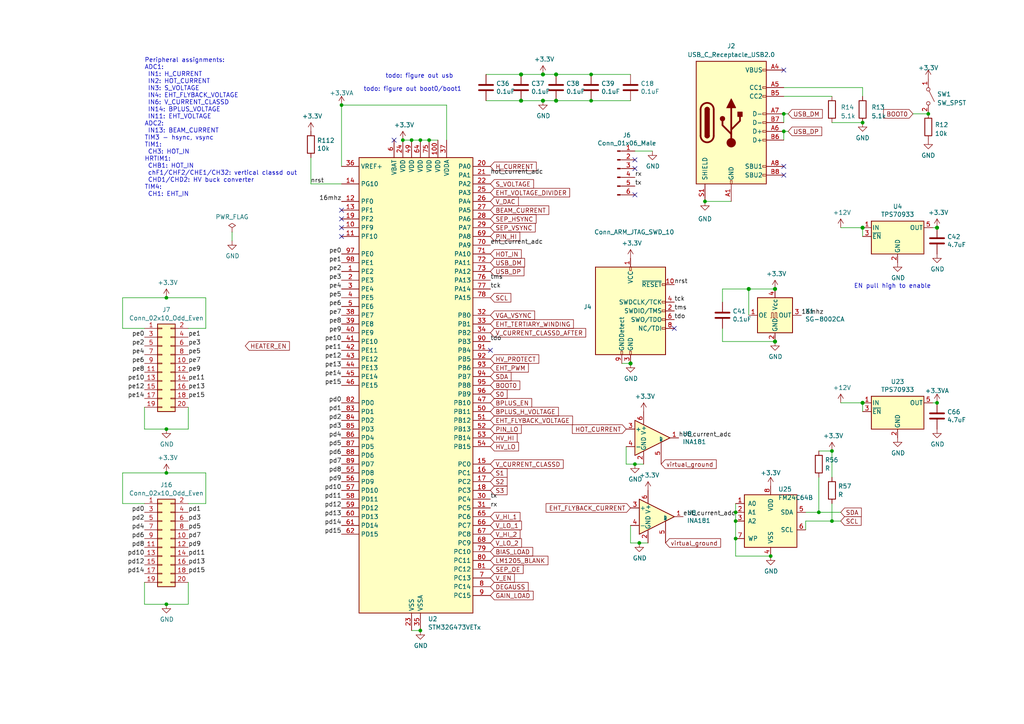
<source format=kicad_sch>
(kicad_sch (version 20230121) (generator eeschema)
  (paper "A4")
  (lib_symbols
    (symbol "Amplifier_Current:INA181" (pin_names (offset 0.127))
      (property "Reference" "U" (at 3.81 3.81 0))
      (property "Value" "INA181" (at 3.81 -2.54 0))
      (symbol "INA181_1_1"
        (pin output line (at 7.62 0 180) (length 2.54) (name "~") (number "1"))
        (pin power_in line (at -2.54 -7.62 90) (length 3.81) (name "GND") (number "2"))
        (pin input line (at -7.62 2.54 0) (length 2.54) (name "+") (number "3"))
        (pin input line (at -7.62 -2.54 0) (length 2.54) (name "-") (number "4"))
        (pin input line (at 2.54 -7.62 90) (length 6.35) (name "REF") (number "5"))
        (pin power_in line (at -2.54 7.62 270) (length 3.81) (name "V+") (number "6"))
      )
    )
    (symbol "Connector:Conn_01x06_Pin" (pin_names (offset 1.016) hide)
      (property "Reference" "J" (at 0 7.62 0))
      (property "Value" "Conn_01x06_Pin" (at 0 -10.16 0))
      (symbol "Conn_01x06_Pin_1_1"
        (pin passive line (at 5.08 5.08 180) (length 3.81) (name "Pin_1") (number "1"))
        (pin passive line (at 5.08 2.54 180) (length 3.81) (name "Pin_2") (number "2"))
        (pin passive line (at 5.08 0 180) (length 3.81) (name "Pin_3") (number "3"))
        (pin passive line (at 5.08 -2.54 180) (length 3.81) (name "Pin_4") (number "4"))
        (pin passive line (at 5.08 -5.08 180) (length 3.81) (name "Pin_5") (number "5"))
        (pin passive line (at 5.08 -7.62 180) (length 3.81) (name "Pin_6") (number "6"))
      )
    )
    (symbol "Connector:USB_C_Receptacle_USB2.0" (pin_names (offset 1.016))
      (property "Reference" "J" (at -10.16 19.05 0))
      (property "Value" "USB_C_Receptacle_USB2.0" (at 19.05 19.05 0))
      (symbol "USB_C_Receptacle_USB2.0_1_1"
        (pin passive line (at 0 -22.86 90) (length 5.08) (name "GND") (number "A1"))
        (pin passive line (at 0 -22.86 90) (length 5.08) hide (name "GND") (number "A12"))
        (pin passive line (at 15.24 15.24 180) (length 5.08) (name "VBUS") (number "A4"))
        (pin bidirectional line (at 15.24 10.16 180) (length 5.08) (name "CC1") (number "A5"))
        (pin bidirectional line (at 15.24 -2.54 180) (length 5.08) (name "D+") (number "A6"))
        (pin bidirectional line (at 15.24 2.54 180) (length 5.08) (name "D-") (number "A7"))
        (pin bidirectional line (at 15.24 -12.7 180) (length 5.08) (name "SBU1") (number "A8"))
        (pin passive line (at 15.24 15.24 180) (length 5.08) hide (name "VBUS") (number "A9"))
        (pin passive line (at 0 -22.86 90) (length 5.08) hide (name "GND") (number "B1"))
        (pin passive line (at 0 -22.86 90) (length 5.08) hide (name "GND") (number "B12"))
        (pin passive line (at 15.24 15.24 180) (length 5.08) hide (name "VBUS") (number "B4"))
        (pin bidirectional line (at 15.24 7.62 180) (length 5.08) (name "CC2") (number "B5"))
        (pin bidirectional line (at 15.24 -5.08 180) (length 5.08) (name "D+") (number "B6"))
        (pin bidirectional line (at 15.24 0 180) (length 5.08) (name "D-") (number "B7"))
        (pin bidirectional line (at 15.24 -15.24 180) (length 5.08) (name "SBU2") (number "B8"))
        (pin passive line (at 15.24 15.24 180) (length 5.08) hide (name "VBUS") (number "B9"))
        (pin passive line (at -7.62 -22.86 90) (length 5.08) (name "SHIELD") (number "S1"))
      )
    )
    (symbol "Connector_Generic:Conn_02x10_Odd_Even" (pin_names (offset 1.016) hide)
      (property "Reference" "J" (at 1.27 12.7 0))
      (property "Value" "Conn_02x10_Odd_Even" (at 1.27 -15.24 0))
      (symbol "Conn_02x10_Odd_Even_1_1"
        (pin passive line (at -5.08 10.16 0) (length 3.81) (name "Pin_1") (number "1"))
        (pin passive line (at 7.62 0 180) (length 3.81) (name "Pin_10") (number "10"))
        (pin passive line (at -5.08 -2.54 0) (length 3.81) (name "Pin_11") (number "11"))
        (pin passive line (at 7.62 -2.54 180) (length 3.81) (name "Pin_12") (number "12"))
        (pin passive line (at -5.08 -5.08 0) (length 3.81) (name "Pin_13") (number "13"))
        (pin passive line (at 7.62 -5.08 180) (length 3.81) (name "Pin_14") (number "14"))
        (pin passive line (at -5.08 -7.62 0) (length 3.81) (name "Pin_15") (number "15"))
        (pin passive line (at 7.62 -7.62 180) (length 3.81) (name "Pin_16") (number "16"))
        (pin passive line (at -5.08 -10.16 0) (length 3.81) (name "Pin_17") (number "17"))
        (pin passive line (at 7.62 -10.16 180) (length 3.81) (name "Pin_18") (number "18"))
        (pin passive line (at -5.08 -12.7 0) (length 3.81) (name "Pin_19") (number "19"))
        (pin passive line (at 7.62 10.16 180) (length 3.81) (name "Pin_2") (number "2"))
        (pin passive line (at 7.62 -12.7 180) (length 3.81) (name "Pin_20") (number "20"))
        (pin passive line (at -5.08 7.62 0) (length 3.81) (name "Pin_3") (number "3"))
        (pin passive line (at 7.62 7.62 180) (length 3.81) (name "Pin_4") (number "4"))
        (pin passive line (at -5.08 5.08 0) (length 3.81) (name "Pin_5") (number "5"))
        (pin passive line (at 7.62 5.08 180) (length 3.81) (name "Pin_6") (number "6"))
        (pin passive line (at -5.08 2.54 0) (length 3.81) (name "Pin_7") (number "7"))
        (pin passive line (at 7.62 2.54 180) (length 3.81) (name "Pin_8") (number "8"))
        (pin passive line (at -5.08 0 0) (length 3.81) (name "Pin_9") (number "9"))
      )
    )
    (symbol "Device:C" (pin_numbers hide) (pin_names (offset 0.254))
      (property "Reference" "C" (at 0.635 2.54 0))
      (property "Value" "C" (at 0.635 -2.54 0))
      (symbol "C_1_1"
        (pin passive line (at 0 3.81 270) (length 2.794) (name "~") (number "1"))
        (pin passive line (at 0 -3.81 90) (length 2.794) (name "~") (number "2"))
      )
    )
    (symbol "Device:R" (pin_numbers hide) (pin_names (offset 0))
      (property "Reference" "R" (at 2.032 0 90))
      (property "Value" "R" (at 0 0 90))
      (symbol "R_1_1"
        (pin passive line (at 0 3.81 270) (length 1.27) (name "~") (number "1"))
        (pin passive line (at 0 -3.81 90) (length 1.27) (name "~") (number "2"))
      )
    )
    (symbol "MCU_ST_STM32G4:STM32G473VETx"
      (property "Reference" "U" (at -15.24 67.31 0))
      (property "Value" "STM32G473VETx" (at 12.7 67.31 0))
      (symbol "STM32G473VETx_1_1"
        (pin bidirectional line (at -20.32 33.02 0) (length 5.08) (name "PE2") (number "1"))
        (pin bidirectional line (at -20.32 45.72 0) (length 5.08) (name "PF9") (number "10"))
        (pin power_in line (at 7.62 71.12 270) (length 5.08) (name "VDD") (number "100"))
        (pin bidirectional line (at -20.32 43.18 0) (length 5.08) (name "PF10") (number "11"))
        (pin bidirectional line (at -20.32 53.34 0) (length 5.08) (name "PF0") (number "12"))
        (pin bidirectional line (at -20.32 50.8 0) (length 5.08) (name "PF1") (number "13"))
        (pin bidirectional line (at -20.32 58.42 0) (length 5.08) (name "PG10") (number "14"))
        (pin bidirectional line (at 22.86 -22.86 180) (length 5.08) (name "PC0") (number "15"))
        (pin bidirectional line (at 22.86 -25.4 180) (length 5.08) (name "PC1") (number "16"))
        (pin bidirectional line (at 22.86 -27.94 180) (length 5.08) (name "PC2") (number "17"))
        (pin bidirectional line (at 22.86 -30.48 180) (length 5.08) (name "PC3") (number "18"))
        (pin bidirectional line (at -20.32 48.26 0) (length 5.08) (name "PF2") (number "19"))
        (pin bidirectional line (at -20.32 30.48 0) (length 5.08) (name "PE3") (number "2"))
        (pin bidirectional line (at 22.86 63.5 180) (length 5.08) (name "PA0") (number "20"))
        (pin bidirectional line (at 22.86 60.96 180) (length 5.08) (name "PA1") (number "21"))
        (pin bidirectional line (at 22.86 58.42 180) (length 5.08) (name "PA2") (number "22"))
        (pin power_in line (at 0 -71.12 90) (length 5.08) (name "VSS") (number "23"))
        (pin power_in line (at -2.54 71.12 270) (length 5.08) (name "VDD") (number "24"))
        (pin bidirectional line (at 22.86 55.88 180) (length 5.08) (name "PA3") (number "25"))
        (pin bidirectional line (at 22.86 53.34 180) (length 5.08) (name "PA4") (number "26"))
        (pin bidirectional line (at 22.86 50.8 180) (length 5.08) (name "PA5") (number "27"))
        (pin bidirectional line (at 22.86 48.26 180) (length 5.08) (name "PA6") (number "28"))
        (pin bidirectional line (at 22.86 45.72 180) (length 5.08) (name "PA7") (number "29"))
        (pin bidirectional line (at -20.32 27.94 0) (length 5.08) (name "PE4") (number "3"))
        (pin bidirectional line (at 22.86 -33.02 180) (length 5.08) (name "PC4") (number "30"))
        (pin bidirectional line (at 22.86 -35.56 180) (length 5.08) (name "PC5") (number "31"))
        (pin bidirectional line (at 22.86 20.32 180) (length 5.08) (name "PB0") (number "32"))
        (pin bidirectional line (at 22.86 17.78 180) (length 5.08) (name "PB1") (number "33"))
        (pin bidirectional line (at 22.86 15.24 180) (length 5.08) (name "PB2") (number "34"))
        (pin power_in line (at 2.54 -71.12 90) (length 5.08) (name "VSSA") (number "35"))
        (pin input line (at -20.32 63.5 0) (length 5.08) (name "VREF+") (number "36"))
        (pin power_in line (at 10.16 71.12 270) (length 5.08) (name "VDDA") (number "37"))
        (pin bidirectional line (at -20.32 20.32 0) (length 5.08) (name "PE7") (number "38"))
        (pin bidirectional line (at -20.32 17.78 0) (length 5.08) (name "PE8") (number "39"))
        (pin bidirectional line (at -20.32 25.4 0) (length 5.08) (name "PE5") (number "4"))
        (pin bidirectional line (at -20.32 15.24 0) (length 5.08) (name "PE9") (number "40"))
        (pin bidirectional line (at -20.32 12.7 0) (length 5.08) (name "PE10") (number "41"))
        (pin bidirectional line (at -20.32 10.16 0) (length 5.08) (name "PE11") (number "42"))
        (pin bidirectional line (at -20.32 7.62 0) (length 5.08) (name "PE12") (number "43"))
        (pin bidirectional line (at -20.32 5.08 0) (length 5.08) (name "PE13") (number "44"))
        (pin bidirectional line (at -20.32 2.54 0) (length 5.08) (name "PE14") (number "45"))
        (pin bidirectional line (at -20.32 0 0) (length 5.08) (name "PE15") (number "46"))
        (pin bidirectional line (at 22.86 -5.08 180) (length 5.08) (name "PB10") (number "47"))
        (pin passive line (at 0 -71.12 90) (length 5.08) hide (name "VSS") (number "48"))
        (pin power_in line (at 0 71.12 270) (length 5.08) (name "VDD") (number "49"))
        (pin bidirectional line (at -20.32 22.86 0) (length 5.08) (name "PE6") (number "5"))
        (pin bidirectional line (at 22.86 -7.62 180) (length 5.08) (name "PB11") (number "50"))
        (pin bidirectional line (at 22.86 -10.16 180) (length 5.08) (name "PB12") (number "51"))
        (pin bidirectional line (at 22.86 -12.7 180) (length 5.08) (name "PB13") (number "52"))
        (pin bidirectional line (at 22.86 -15.24 180) (length 5.08) (name "PB14") (number "53"))
        (pin bidirectional line (at 22.86 -17.78 180) (length 5.08) (name "PB15") (number "54"))
        (pin bidirectional line (at -20.32 -25.4 0) (length 5.08) (name "PD8") (number "55"))
        (pin bidirectional line (at -20.32 -27.94 0) (length 5.08) (name "PD9") (number "56"))
        (pin bidirectional line (at -20.32 -30.48 0) (length 5.08) (name "PD10") (number "57"))
        (pin bidirectional line (at -20.32 -33.02 0) (length 5.08) (name "PD11") (number "58"))
        (pin bidirectional line (at -20.32 -35.56 0) (length 5.08) (name "PD12") (number "59"))
        (pin power_in line (at -5.08 71.12 270) (length 5.08) (name "VBAT") (number "6"))
        (pin bidirectional line (at -20.32 -38.1 0) (length 5.08) (name "PD13") (number "60"))
        (pin bidirectional line (at -20.32 -40.64 0) (length 5.08) (name "PD14") (number "61"))
        (pin bidirectional line (at -20.32 -43.18 0) (length 5.08) (name "PD15") (number "62"))
        (pin passive line (at 0 -71.12 90) (length 5.08) hide (name "VSS") (number "63"))
        (pin power_in line (at 2.54 71.12 270) (length 5.08) (name "VDD") (number "64"))
        (pin bidirectional line (at 22.86 -38.1 180) (length 5.08) (name "PC6") (number "65"))
        (pin bidirectional line (at 22.86 -40.64 180) (length 5.08) (name "PC7") (number "66"))
        (pin bidirectional line (at 22.86 -43.18 180) (length 5.08) (name "PC8") (number "67"))
        (pin bidirectional line (at 22.86 -45.72 180) (length 5.08) (name "PC9") (number "68"))
        (pin bidirectional line (at 22.86 43.18 180) (length 5.08) (name "PA8") (number "69"))
        (pin bidirectional line (at 22.86 -55.88 180) (length 5.08) (name "PC13") (number "7"))
        (pin bidirectional line (at 22.86 40.64 180) (length 5.08) (name "PA9") (number "70"))
        (pin bidirectional line (at 22.86 38.1 180) (length 5.08) (name "PA10") (number "71"))
        (pin bidirectional line (at 22.86 35.56 180) (length 5.08) (name "PA11") (number "72"))
        (pin bidirectional line (at 22.86 33.02 180) (length 5.08) (name "PA12") (number "73"))
        (pin passive line (at 0 -71.12 90) (length 5.08) hide (name "VSS") (number "74"))
        (pin power_in line (at 5.08 71.12 270) (length 5.08) (name "VDD") (number "75"))
        (pin bidirectional line (at 22.86 30.48 180) (length 5.08) (name "PA13") (number "76"))
        (pin bidirectional line (at 22.86 27.94 180) (length 5.08) (name "PA14") (number "77"))
        (pin bidirectional line (at 22.86 25.4 180) (length 5.08) (name "PA15") (number "78"))
        (pin bidirectional line (at 22.86 -48.26 180) (length 5.08) (name "PC10") (number "79"))
        (pin bidirectional line (at 22.86 -58.42 180) (length 5.08) (name "PC14") (number "8"))
        (pin bidirectional line (at 22.86 -50.8 180) (length 5.08) (name "PC11") (number "80"))
        (pin bidirectional line (at 22.86 -53.34 180) (length 5.08) (name "PC12") (number "81"))
        (pin bidirectional line (at -20.32 -5.08 0) (length 5.08) (name "PD0") (number "82"))
        (pin bidirectional line (at -20.32 -7.62 0) (length 5.08) (name "PD1") (number "83"))
        (pin bidirectional line (at -20.32 -10.16 0) (length 5.08) (name "PD2") (number "84"))
        (pin bidirectional line (at -20.32 -12.7 0) (length 5.08) (name "PD3") (number "85"))
        (pin bidirectional line (at -20.32 -15.24 0) (length 5.08) (name "PD4") (number "86"))
        (pin bidirectional line (at -20.32 -17.78 0) (length 5.08) (name "PD5") (number "87"))
        (pin bidirectional line (at -20.32 -20.32 0) (length 5.08) (name "PD6") (number "88"))
        (pin bidirectional line (at -20.32 -22.86 0) (length 5.08) (name "PD7") (number "89"))
        (pin bidirectional line (at 22.86 -60.96 180) (length 5.08) (name "PC15") (number "9"))
        (pin bidirectional line (at 22.86 12.7 180) (length 5.08) (name "PB3") (number "90"))
        (pin bidirectional line (at 22.86 10.16 180) (length 5.08) (name "PB4") (number "91"))
        (pin bidirectional line (at 22.86 7.62 180) (length 5.08) (name "PB5") (number "92"))
        (pin bidirectional line (at 22.86 5.08 180) (length 5.08) (name "PB6") (number "93"))
        (pin bidirectional line (at 22.86 2.54 180) (length 5.08) (name "PB7") (number "94"))
        (pin bidirectional line (at 22.86 0 180) (length 5.08) (name "PB8") (number "95"))
        (pin bidirectional line (at 22.86 -2.54 180) (length 5.08) (name "PB9") (number "96"))
        (pin bidirectional line (at -20.32 38.1 0) (length 5.08) (name "PE0") (number "97"))
        (pin bidirectional line (at -20.32 35.56 0) (length 5.08) (name "PE1") (number "98"))
        (pin passive line (at 0 -71.12 90) (length 5.08) hide (name "VSS") (number "99"))
      )
    )
    (symbol "Memory_NVRAM:FM24C64B" (pin_names (offset 1.016))
      (property "Reference" "U" (at -5.08 8.89 0))
      (property "Value" "FM24C64B" (at 6.35 -8.89 0))
      (symbol "FM24C64B_1_1"
        (pin input line (at -10.16 5.08 0) (length 2.54) (name "A0") (number "1"))
        (pin input line (at -10.16 2.54 0) (length 2.54) (name "A1") (number "2"))
        (pin input line (at -10.16 0 0) (length 2.54) (name "A2") (number "3"))
        (pin power_in line (at 0 -10.16 90) (length 2.54) (name "VSS") (number "4"))
        (pin bidirectional line (at 10.16 2.54 180) (length 2.54) (name "SDA") (number "5"))
        (pin input line (at 10.16 -2.54 180) (length 2.54) (name "SCL") (number "6"))
        (pin input line (at -10.16 -5.08 0) (length 2.54) (name "WP") (number "7"))
        (pin power_in line (at 0 10.16 270) (length 2.54) (name "VDD") (number "8"))
      )
    )
    (symbol "Oscillator:SG-8002CA" (pin_names (offset 0.254))
      (property "Reference" "X" (at -5.08 6.35 0))
      (property "Value" "SG-8002CA" (at 1.27 -6.35 0))
      (symbol "SG-8002CA_1_1"
        (pin input line (at -7.62 0 0) (length 2.54) (name "OE") (number "1"))
        (pin power_in line (at 0 -7.62 90) (length 2.54) (name "GND") (number "2"))
        (pin output line (at 7.62 0 180) (length 2.54) (name "OUT") (number "3"))
        (pin power_in line (at 0 7.62 270) (length 2.54) (name "Vcc") (number "4"))
      )
    )
    (symbol "Switch:SW_SPST" (pin_names (offset 0) hide)
      (property "Reference" "SW" (at 0 3.175 0))
      (property "Value" "SW_SPST" (at 0 -2.54 0))
      (symbol "SW_SPST_1_1"
        (pin passive line (at -5.08 0 0) (length 2.54) (name "A") (number "1"))
        (pin passive line (at 5.08 0 180) (length 2.54) (name "B") (number "2"))
      )
    )
    (symbol "TPS76933-Regulator_Linear_1" (pin_names (offset 0.254))
      (property "Reference" "U" (at -6.35 5.715 0))
      (property "Value" "TPS76933-Regulator_Linear" (at 0 5.715 0))
      (symbol "TPS76933-Regulator_Linear_1_1_1"
        (pin power_in line (at -10.16 2.54 0) (length 2.54) (name "IN") (number "1"))
        (pin power_in line (at 0 -7.62 90) (length 2.54) (name "GND") (number "2"))
        (pin input line (at -10.16 0 0) (length 2.54) (name "~{EN}") (number "3"))
        (pin no_connect line (at 10.16 0 180) (length 2.54) hide (name "NC") (number "4"))
        (pin power_out line (at 10.16 2.54 180) (length 2.54) (name "OUT") (number "5"))
      )
    )
    (symbol "power:+12V" (power) (pin_names (offset 0))
      (property "Value" "+12V" (at 0 3.556 0))
      (symbol "+12V_1_1"
        (pin power_in line (at 0 0 90) (length 0) hide (name "+12V") (number "1"))
      )
    )
    (symbol "power:+3.3V" (power) (pin_names (offset 0))
      (property "Value" "+3.3V" (at 0 3.556 0))
      (symbol "+3.3V_1_1"
        (pin power_in line (at 0 0 90) (length 0) hide (name "+3.3V") (number "1"))
      )
    )
    (symbol "power:+3.3VA" (power) (pin_names (offset 0))
      (property "Value" "+3.3VA" (at 0 3.556 0))
      (symbol "+3.3VA_1_1"
        (pin power_in line (at 0 0 90) (length 0) hide (name "+3.3VA") (number "1"))
      )
    )
    (symbol "power:GND" (power) (pin_names (offset 0))
      (property "Value" "GND" (at 0 -3.81 0))
      (symbol "GND_1_1"
        (pin power_in line (at 0 0 270) (length 0) hide (name "GND") (number "1"))
      )
    )
    (symbol "power:PWR_FLAG" (power) (pin_numbers hide) (pin_names (offset 0) hide)
      (property "Value" "PWR_FLAG" (at 0 3.81 0))
      (symbol "PWR_FLAG_0_0"
        (pin power_out line (at 0 0 90) (length 0) (name "pwr") (number "1"))
      )
    )
    (symbol "td-deflect-rescue:Conn_ARM_JTAG_SWD_10-Connector" (pin_names (offset 1.016))
      (property "Reference" "J" (at -2.54 16.51 0))
      (property "Value" "Conn_ARM_JTAG_SWD_10-Connector" (at -2.54 13.97 0))
      (symbol "Conn_ARM_JTAG_SWD_10-Connector_1_1"
        (pin power_in line (at 0 15.24 270) (length 2.54) (name "VCC") (number "1"))
        (pin open_collector line (at 12.7 7.62 180) (length 2.54) (name "~{RESET}") (number "10"))
        (pin bidirectional line (at 12.7 0 180) (length 2.54) (name "SWDIO/TMS") (number "2"))
        (pin power_in line (at 0 -15.24 90) (length 2.54) (name "GND") (number "3"))
        (pin output line (at 12.7 2.54 180) (length 2.54) (name "SWDCLK/TCK") (number "4"))
        (pin passive line (at 0 -15.24 90) (length 2.54) hide (name "GND") (number "5"))
        (pin input line (at 12.7 -2.54 180) (length 2.54) (name "SWO/TDO") (number "6"))
        (pin no_connect line (at -10.16 0 0) (length 2.54) hide (name "KEY") (number "7"))
        (pin output line (at 12.7 -5.08 180) (length 2.54) (name "NC/TDI") (number "8"))
        (pin input line (at -2.54 -15.24 90) (length 2.54) (name "GNDDetect") (number "9"))
      )
    )
    (symbol "td-deflect-rescue:TPS76933-Regulator_Linear" (pin_names (offset 0.254))
      (property "Reference" "U" (at -6.35 5.715 0))
      (property "Value" "TPS76933-Regulator_Linear" (at 0 5.715 0))
      (symbol "TPS76933-Regulator_Linear_1_1"
        (pin power_in line (at -10.16 2.54 0) (length 2.54) (name "IN") (number "1"))
        (pin power_in line (at 0 -7.62 90) (length 2.54) (name "GND") (number "2"))
        (pin input line (at -10.16 0 0) (length 2.54) (name "~{EN}") (number "3"))
        (pin no_connect line (at 10.16 0 180) (length 2.54) hide (name "NC") (number "4"))
        (pin power_out line (at 10.16 2.54 180) (length 2.54) (name "OUT") (number "5"))
      )
    )
  )
  (junction (at 271.78 116.84))
  (junction (at 119.38 40.64))
  (junction (at 227.33 38.1))
  (junction (at 224.79 83.82) (diameter 1.016))
  (junction (at 241.3 130.81))
  (junction (at 151.13 29.21) (diameter 1.016))
  (junction (at 237.49 148.59))
  (junction (at 171.45 29.21))
  (junction (at 48.26 86.36))
  (junction (at 151.13 21.59) (diameter 1.016))
  (junction (at 99.06 30.48))
  (junction (at 250.19 35.56))
  (junction (at 171.45 21.59))
  (junction (at 213.36 151.13))
  (junction (at 250.19 116.84) (diameter 1.016))
  (junction (at 116.84 40.64))
  (junction (at 157.48 29.21) (diameter 1.016))
  (junction (at 223.52 161.29))
  (junction (at 224.79 99.06) (diameter 1.016))
  (junction (at 48.26 137.16))
  (junction (at 185.42 157.48))
  (junction (at 217.17 83.82) (diameter 1.016))
  (junction (at 241.3 151.13))
  (junction (at 204.47 58.42))
  (junction (at 161.29 29.21) (diameter 1.016))
  (junction (at 269.24 33.02))
  (junction (at 48.26 124.46))
  (junction (at 271.78 66.04) (diameter 1.016))
  (junction (at 161.29 21.59) (diameter 1.016))
  (junction (at 213.36 148.59))
  (junction (at 157.48 21.59) (diameter 1.016))
  (junction (at 182.88 105.41) (diameter 1.016))
  (junction (at 250.19 66.04) (diameter 1.016))
  (junction (at 213.36 156.21))
  (junction (at 121.92 40.64))
  (junction (at 48.26 175.26))
  (junction (at 227.33 33.02))
  (junction (at 121.92 182.88))
  (junction (at 184.15 134.62))
  (junction (at 124.46 40.64))
  (no_connect (at 184.15 48.895))
  (no_connect (at 184.15 46.355))
  (no_connect (at 99.06 68.58))
  (no_connect (at 227.33 20.32))
  (no_connect (at 114.3 40.64))
  (no_connect (at 184.15 56.515))
  (no_connect (at 142.24 101.6))
  (no_connect (at 195.58 95.25))
  (no_connect (at 227.33 48.26))
  (no_connect (at 99.06 66.04))
  (no_connect (at 227.33 50.8))
  (no_connect (at 99.06 60.96))
  (no_connect (at 99.06 63.5))
  (wire (pts (xy 157.48 21.59) (xy 161.29 21.59)))
  (wire (pts (xy 209.55 99.06) (xy 209.55 95.25)))
  (wire (pts (xy 151.13 21.59) (xy 157.48 21.59)))
  (wire (pts (xy 140.97 29.21) (xy 151.13 29.21)))
  (wire (pts (xy 41.91 146.05) (xy 35.56 146.05)))
  (wire (pts (xy 270.51 66.04) (xy 271.78 66.04)))
  (wire (pts (xy 213.36 146.05) (xy 213.36 148.59)))
  (wire (pts (xy 227.33 25.4) (xy 250.19 25.4)))
  (wire (pts (xy 157.48 29.21) (xy 161.29 29.21)))
  (wire (pts (xy 237.49 138.43) (xy 237.49 148.59)))
  (wire (pts (xy 227.33 38.1) (xy 227.33 40.64)))
  (wire (pts (xy 35.56 137.16) (xy 48.26 137.16)))
  (wire (pts (xy 41.91 95.25) (xy 35.56 95.25)))
  (wire (pts (xy 209.55 83.82) (xy 217.17 83.82)))
  (wire (pts (xy 233.68 148.59) (xy 237.49 148.59)))
  (wire (pts (xy 54.61 175.26) (xy 54.61 168.91)))
  (wire (pts (xy 48.26 86.36) (xy 59.69 86.36)))
  (wire (pts (xy 119.38 182.88) (xy 121.92 182.88)))
  (wire (pts (xy 171.45 21.59) (xy 182.88 21.59)))
  (wire (pts (xy 213.36 151.13) (xy 213.36 156.21)))
  (wire (pts (xy 48.26 175.26) (xy 41.91 175.26)))
  (wire (pts (xy 67.31 67.31) (xy 67.31 69.85)))
  (wire (pts (xy 233.68 151.13) (xy 233.68 153.67)))
  (wire (pts (xy 213.36 148.59) (xy 213.36 151.13)))
  (wire (pts (xy 182.88 152.4) (xy 182.88 157.48)))
  (wire (pts (xy 116.84 40.64) (xy 119.38 40.64)))
  (wire (pts (xy 233.68 151.13) (xy 241.3 151.13)))
  (wire (pts (xy 241.3 138.43) (xy 241.3 130.81)))
  (wire (pts (xy 171.45 29.21) (xy 182.88 29.21)))
  (wire (pts (xy 181.61 129.54) (xy 181.61 134.62)))
  (wire (pts (xy 182.88 157.48) (xy 185.42 157.48)))
  (wire (pts (xy 264.795 33.02) (xy 269.24 33.02)))
  (wire (pts (xy 270.51 116.84) (xy 271.78 116.84)))
  (wire (pts (xy 121.92 40.64) (xy 124.46 40.64)))
  (wire (pts (xy 41.91 175.26) (xy 41.91 168.91)))
  (wire (pts (xy 213.36 161.29) (xy 223.52 161.29)))
  (wire (pts (xy 48.26 175.26) (xy 54.61 175.26)))
  (wire (pts (xy 224.79 83.82) (xy 217.17 83.82)))
  (wire (pts (xy 180.34 105.41) (xy 182.88 105.41)))
  (wire (pts (xy 129.54 30.48) (xy 129.54 40.64)))
  (wire (pts (xy 48.26 137.16) (xy 59.69 137.16)))
  (wire (pts (xy 41.91 124.46) (xy 41.91 118.11)))
  (wire (pts (xy 243.84 116.84) (xy 250.19 116.84)))
  (wire (pts (xy 35.56 146.05) (xy 35.56 137.16)))
  (wire (pts (xy 90.17 53.34) (xy 99.06 53.34)))
  (wire (pts (xy 217.17 83.82) (xy 217.17 91.44)))
  (wire (pts (xy 54.61 124.46) (xy 54.61 118.11)))
  (wire (pts (xy 59.69 95.25) (xy 59.69 86.36)))
  (wire (pts (xy 59.69 146.05) (xy 59.69 137.16)))
  (wire (pts (xy 250.19 119.38) (xy 250.19 116.84)))
  (wire (pts (xy 213.36 156.21) (xy 213.36 161.29)))
  (wire (pts (xy 151.13 29.21) (xy 157.48 29.21)))
  (wire (pts (xy 224.79 99.06) (xy 209.55 99.06)))
  (wire (pts (xy 35.56 86.36) (xy 48.26 86.36)))
  (wire (pts (xy 48.26 124.46) (xy 41.91 124.46)))
  (wire (pts (xy 204.47 58.42) (xy 212.09 58.42)))
  (wire (pts (xy 209.55 87.63) (xy 209.55 83.82)))
  (wire (pts (xy 227.33 33.02) (xy 228.6 33.02)))
  (wire (pts (xy 54.61 146.05) (xy 59.69 146.05)))
  (wire (pts (xy 48.26 124.46) (xy 54.61 124.46)))
  (wire (pts (xy 35.56 95.25) (xy 35.56 86.36)))
  (wire (pts (xy 185.42 157.48) (xy 187.96 157.48)))
  (wire (pts (xy 161.29 29.21) (xy 171.45 29.21)))
  (wire (pts (xy 99.06 30.48) (xy 99.06 48.26)))
  (wire (pts (xy 227.33 27.94) (xy 241.3 27.94)))
  (wire (pts (xy 227.33 33.02) (xy 227.33 35.56)))
  (wire (pts (xy 237.49 148.59) (xy 243.84 148.59)))
  (wire (pts (xy 241.3 130.81) (xy 237.49 130.81)))
  (wire (pts (xy 54.61 95.25) (xy 59.69 95.25)))
  (wire (pts (xy 151.13 21.59) (xy 140.97 21.59)))
  (wire (pts (xy 171.45 21.59) (xy 161.29 21.59)))
  (wire (pts (xy 241.3 151.13) (xy 243.84 151.13)))
  (wire (pts (xy 250.19 25.4) (xy 250.19 27.94)))
  (wire (pts (xy 99.06 30.48) (xy 129.54 30.48)))
  (wire (pts (xy 184.15 134.62) (xy 186.69 134.62)))
  (wire (pts (xy 250.19 68.58) (xy 250.19 66.04)))
  (wire (pts (xy 181.61 134.62) (xy 184.15 134.62)))
  (wire (pts (xy 119.38 40.64) (xy 121.92 40.64)))
  (wire (pts (xy 241.3 146.05) (xy 241.3 151.13)))
  (wire (pts (xy 184.15 43.815) (xy 189.23 43.815)))
  (wire (pts (xy 90.17 53.34) (xy 90.17 45.72)))
  (wire (pts (xy 124.46 40.64) (xy 127 40.64)))
  (wire (pts (xy 241.3 35.56) (xy 250.19 35.56)))
  (wire (pts (xy 243.84 66.04) (xy 250.19 66.04)))
  (wire (pts (xy 227.33 38.1) (xy 228.6 38.1)))
  (text "Peripheral assignments:\nADC1:\n IN1: H_CURRENT\n IN2: HOT_CURRENT\n IN3: S_VOLTAGE\n IN4: EHT_FLYBACK_VOLTAGE\n IN6: V_CURRENT_CLASSD\n IN14: BPLUS_VOLTAGE\n IN11: EHT_VOLTAGE\nADC2:\n IN13: BEAM_CURRENT\nTIM3 - hsync, vsync\nTIM1:\n CH3: HOT_IN\nHRTIM1:\n CHB1: HOT_IN\n chF1/CHF2/CHE1/CH32: vertical classd out\n CHD1/CHD2: HV buck converter\nTIM4:\n CH1: EHT_IN" (at 41.91 57.15 0) (effects (font (size 1.27 1.27)) (justify left bottom)))
  (text "EN pull high to enable" (at 247.65 83.82 0) (effects (font (size 1.27 1.27)) (justify left bottom)))
  (text "todo: figure out usb" (at 111.76 22.86 0) (effects (font (size 1.27 1.27)) (justify left bottom)))
  (text "todo: figure out boot0/boot1" (at 105.41 26.67 0) (effects (font (size 1.27 1.27)) (justify left bottom)))
  (label "pd11" (at 99.06 144.78 180))
  (label "tx" (at 184.15 53.975 0))
  (label "pd8" (at 41.91 158.75 180))
  (label "pd2" (at 41.91 151.13 180))
  (label "tms" (at 142.24 81.28 0))
  (label "pe2" (at 41.91 100.33 180))
  (label "tdo" (at 142.24 99.06 0))
  (label "pd3" (at 54.61 151.13 0))
  (label "pe13" (at 99.06 106.68 180))
  (label "nrst" (at 195.58 82.55 0))
  (label "pe1" (at 54.61 97.79 0))
  (label "hot_current_adc" (at 196.85 127 0))
  (label "pd5" (at 54.61 153.67 0))
  (label "pd12" (at 99.06 147.32 180))
  (label "pd11" (at 54.61 161.29 0))
  (label "pe10" (at 41.91 110.49 180))
  (label "pd4" (at 41.91 153.67 180))
  (label "pe7" (at 54.61 105.41 0))
  (label "pe7" (at 99.06 91.44 180))
  (label "hot_current_adc" (at 142.24 50.8 0))
  (label "pe11" (at 99.06 101.6 180))
  (label "pd14" (at 41.91 166.37 180))
  (label "rx" (at 184.15 51.435 0))
  (label "pe12" (at 99.06 104.14 180))
  (label "pd5" (at 99.06 129.54 180))
  (label "pe11" (at 54.61 110.49 0))
  (label "pd15" (at 99.06 154.94 180))
  (label "pe8" (at 99.06 93.98 180))
  (label "pd12" (at 41.91 163.83 180))
  (label "pe13" (at 54.61 113.03 0))
  (label "pe14" (at 41.91 115.57 180))
  (label "pe1" (at 99.06 76.2 180))
  (label "pe14" (at 99.06 109.22 180))
  (label "pd6" (at 99.06 132.08 180))
  (label "pd13" (at 99.06 149.86 180))
  (label "tdo" (at 195.58 92.71 0))
  (label "16mhz" (at 232.41 91.44 0))
  (label "pe4" (at 99.06 83.82 180))
  (label "pe3" (at 99.06 81.28 180))
  (label "pe0" (at 41.91 97.79 180))
  (label "pe15" (at 54.61 115.57 0))
  (label "pd15" (at 54.61 166.37 0))
  (label "eht_current_adc" (at 198.12 149.86 0))
  (label "pd9" (at 99.06 139.7 180))
  (label "pe9" (at 99.06 96.52 180))
  (label "pe8" (at 41.91 107.95 180))
  (label "pd6" (at 41.91 156.21 180))
  (label "pe15" (at 99.06 111.76 180))
  (label "pd3" (at 99.06 124.46 180))
  (label "pe5" (at 54.61 102.87 0))
  (label "pd9" (at 54.61 158.75 0))
  (label "nrst" (at 93.98 53.34 180))
  (label "tx" (at 142.24 144.78 0))
  (label "pd10" (at 99.06 142.24 180))
  (label "tck" (at 142.24 83.82 0))
  (label "pe2" (at 99.06 78.74 180))
  (label "pd2" (at 99.06 121.92 180))
  (label "pd4" (at 99.06 127 180))
  (label "pe3" (at 54.61 100.33 0))
  (label "rx" (at 142.24 147.32 0))
  (label "pe12" (at 41.91 113.03 180))
  (label "eht_current_adc" (at 142.24 71.12 0))
  (label "pe6" (at 41.91 105.41 180))
  (label "pd10" (at 41.91 161.29 180))
  (label "pe0" (at 99.06 73.66 180))
  (label "pe4" (at 41.91 102.87 180))
  (label "pe6" (at 99.06 88.9 180))
  (label "pd8" (at 99.06 137.16 180))
  (label "pe9" (at 54.61 107.95 0))
  (label "pd0" (at 41.91 148.59 180))
  (label "16mhz" (at 99.06 58.42 180))
  (label "pd14" (at 99.06 152.4 180))
  (label "pd7" (at 99.06 134.62 180))
  (label "tck" (at 195.58 87.63 0))
  (label "tms" (at 195.58 90.17 0))
  (label "pd0" (at 99.06 116.84 180))
  (label "pe5" (at 99.06 86.36 180))
  (label "pd1" (at 99.06 119.38 180))
  (label "pd13" (at 54.61 163.83 0))
  (label "pe10" (at 99.06 99.06 180))
  (label "pd7" (at 54.61 156.21 0))
  (label "pd1" (at 54.61 148.59 0))
  (global_label "V_CURRENT_CLASSD_AFTER" (shape input) (at 142.24 96.52 0) (property "Intersheetrefs" "${INTERSHEET_REFS}" (effects hide)))
  (global_label "V_DAC" (shape input) (at 142.24 58.42 0) (property "Intersheetrefs" "${INTERSHEET_REFS}" (effects hide)))
  (global_label "HV_HI" (shape input) (at 142.24 127 0) (property "Intersheetrefs" "${INTERSHEET_REFS}" (effects hide)))
  (global_label "DEGAUSS" (shape input) (at 142.24 170.18 0) (property "Intersheetrefs" "${INTERSHEET_REFS}" (effects hide)))
  (global_label "V_EN" (shape input) (at 142.24 167.64 0) (property "Intersheetrefs" "${INTERSHEET_REFS}" (effects hide)))
  (global_label "virtual_ground" (shape input) (at 193.04 157.48 0) (property "Intersheetrefs" "${INTERSHEET_REFS}" (effects hide)))
  (global_label "S0" (shape input) (at 142.24 114.3 0) (property "Intersheetrefs" "${INTERSHEET_REFS}" (effects hide)))
  (global_label "virtual_ground" (shape input) (at 191.77 134.62 0) (property "Intersheetrefs" "${INTERSHEET_REFS}" (effects hide)))
  (global_label "V_HI_1" (shape input) (at 142.24 149.86 0) (property "Intersheetrefs" "${INTERSHEET_REFS}" (effects hide)))
  (global_label "V_CURRENT_CLASSD" (shape input) (at 142.24 134.62 0) (property "Intersheetrefs" "${INTERSHEET_REFS}" (effects hide)))
  (global_label "EHT_FLYBACK_VOLTAGE" (shape input) (at 142.24 121.92 0) (property "Intersheetrefs" "${INTERSHEET_REFS}" (effects hide)))
  (global_label "BEAM_CURRENT" (shape input) (at 142.24 60.96 0) (property "Intersheetrefs" "${INTERSHEET_REFS}" (effects hide)))
  (global_label "HV_PROTECT" (shape input) (at 142.24 104.14 0) (property "Intersheetrefs" "${INTERSHEET_REFS}" (effects hide)))
  (global_label "HOT_CURRENT" (shape input) (at 181.61 124.46 180) (property "Intersheetrefs" "${INTERSHEET_REFS}" (effects hide)))
  (global_label "GAIN_LOAD" (shape input) (at 142.24 172.72 0) (property "Intersheetrefs" "${INTERSHEET_REFS}" (effects hide)))
  (global_label "EHT_PWM" (shape input) (at 142.24 106.68 0) (property "Intersheetrefs" "${INTERSHEET_REFS}" (effects hide)))
  (global_label "S_VOLTAGE" (shape input) (at 142.24 53.34 0) (property "Intersheetrefs" "${INTERSHEET_REFS}" (effects hide)))
  (global_label "S3" (shape input) (at 142.24 142.24 0) (property "Intersheetrefs" "${INTERSHEET_REFS}" (effects hide)))
  (global_label "BOOT0" (shape input) (at 264.795 33.02 180) (property "Intersheetrefs" "${INTERSHEET_REFS}" (effects hide)))
  (global_label "USB_DP" (shape input) (at 228.6 38.1 0) (property "Intersheetrefs" "${INTERSHEET_REFS}" (effects hide)))
  (global_label "PIN_HI" (shape input) (at 142.24 68.58 0) (property "Intersheetrefs" "${INTERSHEET_REFS}" (effects hide)))
  (global_label "LM1205_BLANK" (shape input) (at 142.24 162.56 0) (property "Intersheetrefs" "${INTERSHEET_REFS}" (effects hide)))
  (global_label "SCL" (shape input) (at 142.24 86.36 0) (property "Intersheetrefs" "${INTERSHEET_REFS}" (effects hide)))
  (global_label "S2" (shape input) (at 142.24 139.7 0) (property "Intersheetrefs" "${INTERSHEET_REFS}" (effects hide)))
  (global_label "V_LO_2" (shape input) (at 142.24 157.48 0) (property "Intersheetrefs" "${INTERSHEET_REFS}" (effects hide)))
  (global_label "H_CURRENT" (shape input) (at 142.24 48.26 0) (property "Intersheetrefs" "${INTERSHEET_REFS}" (effects hide)))
  (global_label "BPLUS_EN" (shape input) (at 142.24 116.84 0) (property "Intersheetrefs" "${INTERSHEET_REFS}" (effects hide)))
  (global_label "BOOT0" (shape input) (at 142.24 111.76 0) (property "Intersheetrefs" "${INTERSHEET_REFS}" (effects hide)))
  (global_label "V_HI_2" (shape input) (at 142.24 154.94 0) (property "Intersheetrefs" "${INTERSHEET_REFS}" (effects hide)))
  (global_label "BIAS_LOAD" (shape input) (at 142.24 160.02 0) (property "Intersheetrefs" "${INTERSHEET_REFS}" (effects hide)))
  (global_label "SEP_VSYNC" (shape input) (at 142.24 66.04 0) (property "Intersheetrefs" "${INTERSHEET_REFS}" (effects hide)))
  (global_label "BPLUS_H_VOLTAGE" (shape input) (at 142.24 119.38 0) (property "Intersheetrefs" "${INTERSHEET_REFS}" (effects hide)))
  (global_label "HOT_IN" (shape input) (at 142.24 73.66 0) (property "Intersheetrefs" "${INTERSHEET_REFS}" (effects hide)))
  (global_label "EHT_FLYBACK_CURRENT" (shape input) (at 182.88 147.32 180) (property "Intersheetrefs" "${INTERSHEET_REFS}" (effects hide)))
  (global_label "V_LO_1" (shape input) (at 142.24 152.4 0) (property "Intersheetrefs" "${INTERSHEET_REFS}" (effects hide)))
  (global_label "USB_DM" (shape input) (at 142.24 76.2 0) (property "Intersheetrefs" "${INTERSHEET_REFS}" (effects hide)))
  (global_label "HV_LO" (shape input) (at 142.24 129.54 0) (property "Intersheetrefs" "${INTERSHEET_REFS}" (effects hide)))
  (global_label "PIN_LO" (shape input) (at 142.24 124.46 0) (property "Intersheetrefs" "${INTERSHEET_REFS}" (effects hide)))
  (global_label "VGA_VSYNC" (shape input) (at 142.24 91.44 0) (property "Intersheetrefs" "${INTERSHEET_REFS}" (effects hide)))
  (global_label "USB_DP" (shape input) (at 142.24 78.74 0) (property "Intersheetrefs" "${INTERSHEET_REFS}" (effects hide)))
  (global_label "SDA" (shape input) (at 142.24 109.22 0) (property "Intersheetrefs" "${INTERSHEET_REFS}" (effects hide)))
  (global_label "EHT_TERTIARY_WINDING" (shape input) (at 142.24 93.98 0) (property "Intersheetrefs" "${INTERSHEET_REFS}" (effects hide)))
  (global_label "SCL" (shape input) (at 243.84 151.13 0) (property "Intersheetrefs" "${INTERSHEET_REFS}" (effects hide)))
  (global_label "EHT_VOLTAGE_DIVIDER" (shape input) (at 142.24 55.88 0) (property "Intersheetrefs" "${INTERSHEET_REFS}" (effects hide)))
  (global_label "SDA" (shape input) (at 243.84 148.59 0) (property "Intersheetrefs" "${INTERSHEET_REFS}" (effects hide)))
  (global_label "SEP_HSYNC" (shape input) (at 142.24 63.5 0) (property "Intersheetrefs" "${INTERSHEET_REFS}" (effects hide)))
  (global_label "SEP_OE" (shape input) (at 142.24 165.1 0) (property "Intersheetrefs" "${INTERSHEET_REFS}" (effects hide)))
  (global_label "S1" (shape input) (at 142.24 137.16 0) (property "Intersheetrefs" "${INTERSHEET_REFS}" (effects hide)))
  (global_label "HEATER_EN" (shape input) (at 71.12 100.33 0) (property "Intersheetrefs" "${INTERSHEET_REFS}" (effects hide)))
  (global_label "USB_DM" (shape input) (at 228.6 33.02 0) (property "Intersheetrefs" "${INTERSHEET_REFS}" (effects hide)))
  (symbol (lib_name "TPS76933-Regulator_Linear_1") (lib_id "td-deflect-rescue:TPS76933-Regulator_Linear") (at 260.35 68.58 0) (unit 1)
    (property "Reference" "U4" (at 260.35 59.8932 0))
    (property "Value" "TPS70933" (at 260.35 62.2046 0))
    (property "Footprint" "Package_TO_SOT_SMD:SOT-23-5" (effects hide))
    (property "Datasheet" "http://www.ti.com/lit/ds/symlink/tps769.pdf" (effects hide))
    (property "Digikey" "296-35483-1-ND" (effects hide))
  )
  (symbol (lib_id "power:GND") (at 260.35 76.2 0) (unit 1)
    (property "Reference" "#PWR0140" (effects hide))
    (property "Value" "GND" (at 260.477 80.5942 0))
  )
  (symbol (lib_id "power:GND") (at 184.15 134.62 0) (unit 1)
    (property "Reference" "#PWR0141" (effects hide))
    (property "Value" "GND" (at 184.277 139.0142 0))
  )
  (symbol (lib_id "power:+3.3V") (at 186.69 119.38 0) (unit 1)
    (property "Reference" "#PWR0142" (effects hide))
    (property "Value" "+3.3V" (at 187.071 114.9858 0))
  )
  (symbol (lib_id "Device:C") (at 140.97 25.4 0) (unit 1)
    (property "Reference" "C36" (at 143.891 24.2316 0) (effects (justify left)))
    (property "Value" "0.1uF" (at 143.891 26.543 0) (effects (justify left)))
    (property "Footprint" "Capacitor_SMD:C_0805_2012Metric_Pad1.18x1.45mm_HandSolder" (effects hide))
    (property "Voltage" "10V" (effects hide))
    (property "Digikey" "1276-1099-1-ND" (effects hide))
  )
  (symbol (lib_id "Device:C") (at 151.13 25.4 0) (unit 1)
    (property "Reference" "C37" (at 154.051 24.2316 0) (effects (justify left)))
    (property "Value" "0.1uF" (at 154.051 26.543 0) (effects (justify left)))
    (property "Footprint" "Capacitor_SMD:C_0805_2012Metric_Pad1.18x1.45mm_HandSolder" (effects hide))
    (property "Voltage" "10V" (effects hide))
    (property "Digikey" "1276-1099-1-ND" (effects hide))
  )
  (symbol (lib_id "Device:C") (at 161.29 25.4 0) (unit 1)
    (property "Reference" "C38" (at 164.211 24.2316 0) (effects (justify left)))
    (property "Value" "0.1uF" (at 164.211 26.543 0) (effects (justify left)))
    (property "Footprint" "Capacitor_SMD:C_0805_2012Metric_Pad1.18x1.45mm_HandSolder" (effects hide))
    (property "Voltage" "10V" (effects hide))
    (property "Digikey" "1276-1099-1-ND" (effects hide))
  )
  (symbol (lib_id "Device:C") (at 171.45 25.4 0) (unit 1)
    (property "Reference" "C39" (at 174.371 24.2316 0) (effects (justify left)))
    (property "Value" "0.1uF" (at 174.371 26.543 0) (effects (justify left)))
    (property "Footprint" "Capacitor_SMD:C_0805_2012Metric_Pad1.18x1.45mm_HandSolder" (effects hide))
    (property "Voltage" "10V" (effects hide))
    (property "Digikey" "1276-1099-1-ND" (effects hide))
  )
  (symbol (lib_id "power:+3.3V") (at 157.48 21.59 0) (unit 1)
    (property "Reference" "#PWR0127" (effects hide))
    (property "Value" "+3.3V" (at 157.861 17.1958 0))
  )
  (symbol (lib_id "power:GND") (at 157.48 29.21 0) (unit 1)
    (property "Reference" "#PWR0128" (effects hide))
    (property "Value" "GND" (at 157.607 33.6042 0))
  )
  (symbol (lib_id "td-deflect-rescue:Conn_ARM_JTAG_SWD_10-Connector") (at 182.88 90.17 0) (unit 1)
    (property "Reference" "J4" (at 171.6278 89.0016 0) (effects (justify right)))
    (property "Value" "Conn_ARM_JTAG_SWD_10" (at 195.58 67.31 0) (effects (justify right)))
    (property "Footprint" "Connector_PinHeader_1.27mm:PinHeader_2x05_P1.27mm_Vertical_SMD" (effects hide))
    (property "Datasheet" "http://infocenter.arm.com/help/topic/com.arm.doc.faqs/attached/13634/cortex_debug_connectors.pdf" (effects hide))
    (property "Digikey" " SAM9438-ND " (effects hide))
  )
  (symbol (lib_id "power:+3.3V") (at 182.88 74.93 0) (unit 1)
    (property "Reference" "#PWR0130" (effects hide))
    (property "Value" "+3.3V" (at 183.261 70.5358 0))
  )
  (symbol (lib_id "power:GND") (at 182.88 105.41 0) (unit 1)
    (property "Reference" "#PWR0131" (effects hide))
    (property "Value" "GND" (at 183.007 109.8042 0))
  )
  (symbol (lib_id "power:+3.3V") (at 271.78 66.04 0) (unit 1)
    (property "Reference" "#PWR0133" (effects hide))
    (property "Value" "+3.3V" (at 272.161 61.6458 0))
  )
  (symbol (lib_id "Device:C") (at 271.78 69.85 0) (unit 1)
    (property "Reference" "C42" (at 274.701 68.6816 0) (effects (justify left)))
    (property "Value" "4.7uF" (at 274.701 70.993 0) (effects (justify left)))
    (property "Footprint" "Capacitor_SMD:C_0805_2012Metric_Pad1.18x1.45mm_HandSolder" (effects hide))
    (property "Voltage" "10V" (effects hide))
    (property "Digikey" "1276-3177-1-ND" (effects hide))
  )
  (symbol (lib_id "power:GND") (at 271.78 73.66 0) (unit 1)
    (property "Reference" "#PWR0134" (effects hide))
    (property "Value" "GND" (at 271.907 78.0542 0))
  )
  (symbol (lib_id "Oscillator:SG-8002CA") (at 224.79 91.44 0) (unit 1)
    (property "Reference" "X1" (at 233.5276 90.2716 0) (effects (justify left)))
    (property "Value" "SG-8002CA" (at 233.5276 92.583 0) (effects (justify left)))
    (property "Footprint" "Oscillator:Oscillator_SMD_SeikoEpson_SG8002CA-4Pin_7.0x5.0mm" (effects hide))
    (property "Datasheet" "https://support.epson.biz/td/api/doc_check.php?mode=dl&lang=en&Parts=SG-8002DC" (effects hide))
    (property "Digikey" " CTX270LVCT-ND " (effects hide))
  )
  (symbol (lib_id "power:+3.3V") (at 224.79 83.82 0) (unit 1)
    (property "Reference" "#PWR0137" (effects hide))
    (property "Value" "+3.3V" (at 225.171 79.4258 0))
  )
  (symbol (lib_id "power:GND") (at 224.79 99.06 0) (unit 1)
    (property "Reference" "#PWR0138" (effects hide))
    (property "Value" "GND" (at 224.917 103.4542 0))
  )
  (symbol (lib_id "Device:C") (at 209.55 91.44 0) (unit 1)
    (property "Reference" "C41" (at 212.471 90.2716 0) (effects (justify left)))
    (property "Value" "0.1uF" (at 212.471 92.583 0) (effects (justify left)))
    (property "Footprint" "Capacitor_SMD:C_0805_2012Metric_Pad1.18x1.45mm_HandSolder" (effects hide))
    (property "Voltage" "10V" (effects hide))
    (property "Digikey" "1276-1099-1-ND" (effects hide))
  )
  (symbol (lib_id "Connector:Conn_01x06_Pin") (at 179.07 48.895 0) (unit 1)
    (property "Reference" "J6" (at 181.8132 39.2176 0))
    (property "Value" "Conn_01x06_Male" (at 181.8132 41.529 0))
    (property "Footprint" "Connector_PinHeader_2.54mm:PinHeader_1x06_P2.54mm_Vertical" (effects hide))
  )
  (symbol (lib_id "power:GND") (at 189.23 43.815 0) (unit 1)
    (property "Reference" "#PWR0167" (effects hide))
    (property "Value" "GND" (at 189.357 48.2092 0))
  )
  (symbol (lib_id "power:PWR_FLAG") (at 67.31 67.31 0) (unit 1)
    (property "Reference" "#FLG0106" (effects hide))
    (property "Value" "PWR_FLAG" (at 67.31 62.9158 0))
  )
  (symbol (lib_id "power:GND") (at 67.31 69.85 0) (unit 1)
    (property "Reference" "#PWR0182" (effects hide))
    (property "Value" "GND" (at 67.437 74.2442 0))
  )
  (symbol (lib_id "Device:R") (at 241.3 31.75 0) (unit 1)
    (property "Reference" "R14" (at 243.84 31.115 0) (effects (justify left)))
    (property "Value" "5.1k" (at 243.84 33.655 0) (effects (justify left)))
  )
  (symbol (lib_id "power:+3.3V") (at 223.52 140.97 0) (unit 1)
    (property "Reference" "#PWR023" (effects hide))
    (property "Value" "+3.3V" (at 223.52 137.16 0))
  )
  (symbol (lib_id "power:GND") (at 250.19 35.56 0) (unit 1)
    (property "Reference" "#PWR035" (effects hide))
    (property "Value" "GND" (at 250.19 40.005 0))
  )
  (symbol (lib_id "power:GND") (at 121.92 182.88 0) (unit 1)
    (property "Reference" "#PWR073" (effects hide))
    (property "Value" "GND" (at 122.047 187.2742 0))
  )
  (symbol (lib_id "td-deflect-rescue:TPS76933-Regulator_Linear") (at 260.35 119.38 0) (unit 1)
    (property "Reference" "U23" (at 260.35 110.6932 0))
    (property "Value" "TPS70933" (at 260.35 113.0046 0))
    (property "Footprint" "Package_TO_SOT_SMD:SOT-23-5" (effects hide))
    (property "Datasheet" "http://www.ti.com/lit/ds/symlink/tps769.pdf" (effects hide))
    (property "Digikey" "296-35483-1-ND" (effects hide))
  )
  (symbol (lib_id "power:+3.3V") (at 90.17 38.1 0) (unit 1)
    (property "Reference" "#PWR070" (effects hide))
    (property "Value" "+3.3V" (at 90.551 33.7058 0))
  )
  (symbol (lib_id "Amplifier_Current:INA181") (at 189.23 127 0) (unit 1)
    (property "Reference" "U8" (at 197.9676 125.8316 0) (effects (justify left)))
    (property "Value" "INA181" (at 197.9676 128.143 0) (effects (justify left)))
    (property "Footprint" "Package_TO_SOT_SMD:SOT-23-6" (effects hide))
    (property "Datasheet" "http://www.ti.com/lit/ds/symlink/ina181.pdf" (effects hide))
    (property "Digikey" "296-47658-1-ND" (effects hide))
    (instances (project "td-deflect" (path "" (reference "U8") (unit 1)) (path "" (reference "U3") (unit 1))))
  )
  (symbol (lib_id "Device:C") (at 182.88 25.4 0) (unit 1)
    (property "Reference" "C18" (at 185.801 24.2316 0) (effects (justify left)))
    (property "Value" "0.1uF" (at 185.801 26.543 0) (effects (justify left)))
    (property "Footprint" "Capacitor_SMD:C_0805_2012Metric_Pad1.18x1.45mm_HandSolder" (effects hide))
    (property "Voltage" "10V" (effects hide))
    (property "Digikey" "1276-1099-1-ND" (effects hide))
  )
  (symbol (lib_id "power:GND") (at 223.52 161.29 0) (unit 1)
    (property "Reference" "#PWR033" (effects hide))
    (property "Value" "GND" (at 223.647 165.6842 0))
  )
  (symbol (lib_id "Device:C") (at 271.78 120.65 0) (unit 1)
    (property "Reference" "C66" (at 274.701 119.4816 0) (effects (justify left)))
    (property "Value" "4.7uF" (at 274.701 121.793 0) (effects (justify left)))
    (property "Footprint" "Capacitor_SMD:C_0805_2012Metric_Pad1.18x1.45mm_HandSolder" (effects hide))
    (property "Voltage" "10V" (effects hide))
    (property "Digikey" "1276-3177-1-ND" (effects hide))
  )
  (symbol (lib_id "power:GND") (at 185.42 157.48 0) (unit 1)
    (property "Reference" "#PWR0174" (effects hide))
    (property "Value" "GND" (at 185.547 161.8742 0))
  )
  (symbol (lib_id "Connector_Generic:Conn_02x10_Odd_Even") (at 46.99 105.41 0) (unit 1)
    (property "Reference" "J7" (at 48.26 89.8357 0))
    (property "Value" "Conn_02x10_Odd_Even" (at 48.26 92.2599 0))
    (property "Footprint" "Connector_IDC:IDC-Header_2x10_P2.54mm_Vertical" (effects hide))
  )
  (symbol (lib_id "power:GND") (at 48.26 124.46 0) (unit 1)
    (property "Reference" "#PWR014" (effects hide))
    (property "Value" "GND" (at 48.387 128.8542 0))
  )
  (symbol (lib_id "power:+3.3VA") (at 271.78 116.84 0) (unit 1)
    (property "Reference" "#PWR063" (effects hide))
    (property "Value" "+3.3VA" (at 271.78 113.3381 0))
  )
  (symbol (lib_id "power:+12V") (at 243.84 66.04 0) (unit 1)
    (property "Reference" "#PWR018" (effects hide))
    (property "Value" "+12V" (at 244.221 61.6458 0))
  )
  (symbol (lib_id "power:+3.3VA") (at 99.06 30.48 0) (unit 1)
    (property "Reference" "#PWR071" (effects hide))
    (property "Value" "+3.3VA" (at 99.06 26.9781 0))
  )
  (symbol (lib_id "Connector_Generic:Conn_02x10_Odd_Even") (at 46.99 156.21 0) (unit 1)
    (property "Reference" "J16" (at 48.26 140.6357 0))
    (property "Value" "Conn_02x10_Odd_Even" (at 48.26 143.0599 0))
    (property "Footprint" "Connector_IDC:IDC-Header_2x10_P2.54mm_Vertical" (effects hide))
  )
  (symbol (lib_id "power:+3.3V") (at 48.26 86.36 0) (unit 1)
    (property "Reference" "#PWR013" (effects hide))
    (property "Value" "+3.3V" (at 48.641 81.9658 0))
  )
  (symbol (lib_id "power:GND") (at 260.35 127 0) (unit 1)
    (property "Reference" "#PWR062" (effects hide))
    (property "Value" "GND" (at 260.477 131.3942 0))
  )
  (symbol (lib_id "Switch:SW_SPST") (at 269.24 27.94 270) (unit 1)
    (property "Reference" "SW1" (at 271.78 27.305 90) (effects (justify left)))
    (property "Value" "SW_SPST" (at 271.78 29.845 90) (effects (justify left)))
  )
  (symbol (lib_id "Memory_NVRAM:FM24C64B") (at 223.52 151.13 0) (unit 1)
    (property "Reference" "U25" (at 225.7141 141.9057 0) (effects (justify left)))
    (property "Value" "FM24C64B" (at 225.7141 144.3299 0) (effects (justify left)))
    (property "Footprint" "Package_SO:SOIC-8_3.9x4.9mm_P1.27mm" (effects hide))
    (property "Datasheet" "http://www.cypress.com/file/41651/download" (effects hide))
  )
  (symbol (lib_id "MCU_ST_STM32G4:STM32G473VETx") (at 119.38 111.76 0) (unit 1)
    (property "Reference" "U2" (at 124.1141 179.5201 0) (effects (justify left)))
    (property "Value" "STM32G473VETx" (at 124.1141 181.9443 0) (effects (justify left)))
    (property "Footprint" "Package_QFP:LQFP-100_14x14mm_P0.5mm" (effects hide))
    (property "Datasheet" "https://www.st.com/resource/en/datasheet/stm32g473ve.pdf" (effects hide))
  )
  (symbol (lib_id "power:+3.3V") (at 48.26 137.16 0) (unit 1)
    (property "Reference" "#PWR015" (effects hide))
    (property "Value" "+3.3V" (at 48.641 132.7658 0))
  )
  (symbol (lib_id "Amplifier_Current:INA181") (at 190.5 149.86 0) (unit 1)
    (property "Reference" "U8" (at 199.2376 148.6916 0) (effects (justify left)))
    (property "Value" "INA181" (at 199.2376 151.003 0) (effects (justify left)))
    (property "Footprint" "Package_TO_SOT_SMD:SOT-23-6" (effects hide))
    (property "Datasheet" "http://www.ti.com/lit/ds/symlink/ina181.pdf" (effects hide))
    (property "Digikey" "296-47658-1-ND" (effects hide))
    (instances (project "td-deflect" (path "" (reference "U8") (unit 1)) (path "" (reference "U24") (unit 1))))
  )
  (symbol (lib_id "power:+3.3V") (at 187.96 142.24 0) (unit 1)
    (property "Reference" "#PWR0173" (effects hide))
    (property "Value" "+3.3V" (at 188.341 137.8458 0))
  )
  (symbol (lib_id "Connector:USB_C_Receptacle_USB2.0") (at 212.09 35.56 0) (unit 1)
    (property "Reference" "J2" (at 212.09 13.335 0))
    (property "Value" "USB_C_Receptacle_USB2.0" (at 212.09 15.875 0))
    (property "Datasheet" "https://www.usb.org/sites/default/files/documents/usb_type-c.zip" (effects hide))
  )
  (symbol (lib_id "Device:R") (at 241.3 142.24 0) (unit 1)
    (property "Reference" "R57" (at 243.078 141.0279 0) (effects (justify left)))
    (property "Value" "R" (at 243.078 143.4521 0) (effects (justify left)))
    (property "Footprint" "Resistor_SMD:R_0805_2012Metric_Pad1.20x1.40mm_HandSolder" (effects hide))
  )
  (symbol (lib_id "power:GND") (at 271.78 124.46 0) (unit 1)
    (property "Reference" "#PWR064" (effects hide))
    (property "Value" "GND" (at 271.907 128.8542 0))
  )
  (symbol (lib_id "power:GND") (at 48.26 175.26 0) (unit 1)
    (property "Reference" "#PWR016" (effects hide))
    (property "Value" "GND" (at 48.387 179.6542 0))
  )
  (symbol (lib_id "Device:R") (at 237.49 134.62 0) (unit 1)
    (property "Reference" "R56" (at 239.268 133.4079 0) (effects (justify left)))
    (property "Value" "R" (at 239.268 135.8321 0) (effects (justify left)))
    (property "Footprint" "Resistor_SMD:R_0805_2012Metric_Pad1.20x1.40mm_HandSolder" (effects hide))
  )
  (symbol (lib_id "Device:R") (at 250.19 31.75 0) (unit 1)
    (property "Reference" "R13" (at 252.73 31.115 0) (effects (justify left)))
    (property "Value" "5.1k" (at 252.73 33.655 0) (effects (justify left)))
  )
  (symbol (lib_id "power:GND") (at 269.24 40.64 0) (unit 1)
    (property "Reference" "#PWR031" (effects hide))
    (property "Value" "GND" (at 269.24 45.085 0))
  )
  (symbol (lib_id "Device:R") (at 269.24 36.83 0) (unit 1)
    (property "Reference" "R12" (at 271.145 36.195 0) (effects (justify left)))
    (property "Value" "10k" (at 271.145 38.735 0) (effects (justify left)))
  )
  (symbol (lib_id "power:+3.3V") (at 116.84 40.64 0) (unit 1)
    (property "Reference" "#PWR072" (effects hide))
    (property "Value" "+3.3V" (at 117.221 36.2458 0))
  )
  (symbol (lib_id "power:GND") (at 204.47 58.42 0) (unit 1)
    (property "Reference" "#PWR032" (effects hide))
    (property "Value" "GND" (at 204.47 63.5 0))
  )
  (symbol (lib_id "Device:R") (at 90.17 41.91 0) (unit 1)
    (property "Reference" "R112" (at 91.948 40.7416 0) (effects (justify left)))
    (property "Value" "10k" (at 91.948 43.053 0) (effects (justify left)))
    (property "Footprint" "Resistor_SMD:R_0805_2012Metric_Pad1.20x1.40mm_HandSolder" (effects hide))
  )
  (symbol (lib_id "power:+3.3V") (at 269.24 22.86 0) (unit 1)
    (property "Reference" "#PWR030" (effects hide))
    (property "Value" "+3.3V" (at 269.24 19.685 0))
  )
  (symbol (lib_id "power:+3.3V") (at 241.3 130.81 0) (unit 1)
    (property "Reference" "#PWR034" (effects hide))
    (property "Value" "+3.3V" (at 241.681 126.4158 0))
  )
  (symbol (lib_id "power:+12V") (at 243.84 116.84 0) (unit 1)
    (property "Reference" "#PWR017" (effects hide))
    (property "Value" "+12V" (at 244.221 112.4458 0))
  )
)
</source>
